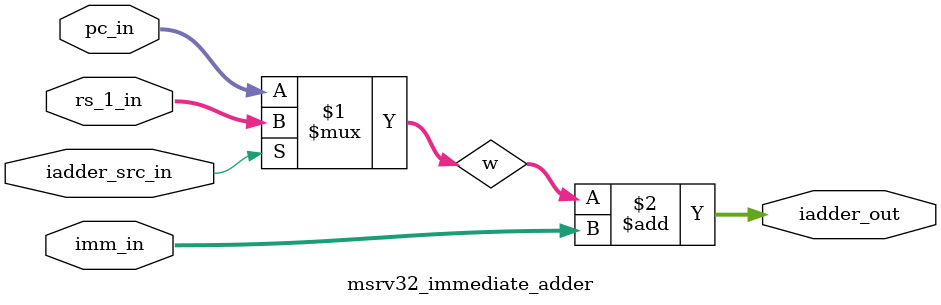
<source format=v>
module msrv32_immediate_adder(pc_in,rs_1_in,iadder_src_in,imm_in, iadder_out);
input [31:0] pc_in,rs_1_in,imm_in;
input iadder_src_in;
output [31:0] iadder_out;
wire [31:0] w;
assign w=iadder_src_in?rs_1_in:pc_in;
assign iadder_out=w+imm_in;

endmodule

</source>
